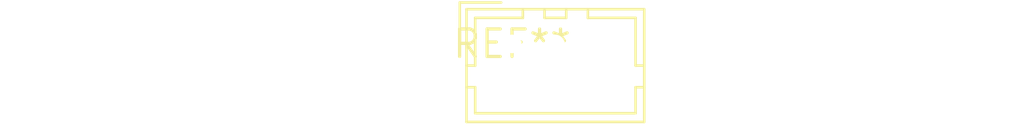
<source format=kicad_pcb>
(kicad_pcb (version 20240108) (generator pcbnew)
  (layers (0 "F.Cu" signal) (31 "B.Cu" signal) (34 "B.Paste" user) (35 "F.Paste" user) (36 "B.SilkS" user "B.Silkscreen") (37 "F.SilkS" user "F.Silkscreen") (38 "B.Mask" user) (39 "F.Mask" user) (44 "Edge.Cuts" user))
  (net 0 "")
  (footprint "Hirose_DF11-6DP-2DSA_2x03_P2.00mm_Vertical" (layer "F.Cu") (at 0 0)
    (property "Reference" "REF**")
    (property "Value" "Hirose_DF11-6DP-2DSA_2x03_P2.00mm_Vertical")
    (fp_line (start -2.41 -1.91) (end -0.5 -1.91) (layer "F.SilkS") (stroke (width 0.12)))
    (fp_line (start -2.41 0) (end -2.41 -1.91) (layer "F.SilkS") (stroke (width 0.12)))
    (fp_line (start -2.1 -1.6) (end -2.1 3.6) (layer "F.SilkS") (stroke (width 0.12)))
    (fp_line (start -2.1 1) (end -1.7 1) (layer "F.SilkS") (stroke (width 0.12)))
    (fp_line (start -2.1 2) (end -1.7 2) (layer "F.SilkS") (stroke (width 0.12)))
    (fp_line (start -2.1 3.6) (end 6.1 3.6) (layer "F.SilkS") (stroke (width 0.12)))
    (fp_line (start -1.7 -1.2) (end 0.5 -1.2) (layer "F.SilkS") (stroke (width 0.12)))
    (fp_line (start -1.7 1) (end -1.7 -1.2) (layer "F.SilkS") (stroke (width 0.12)))
    (fp_line (start -1.7 2) (end -1.7 3.2) (layer "F.SilkS") (stroke (width 0.12)))
    (fp_line (start -1.7 3.2) (end 5.7 3.2) (layer "F.SilkS") (stroke (width 0.12)))
    (fp_line (start 0.5 -1.2) (end 0.5 -1.6) (layer "F.SilkS") (stroke (width 0.12)))
    (fp_line (start 1.5 -1.6) (end 1.5 -1.2) (layer "F.SilkS") (stroke (width 0.12)))
    (fp_line (start 1.5 -1.2) (end 2.5 -1.2) (layer "F.SilkS") (stroke (width 0.12)))
    (fp_line (start 2.5 -1.2) (end 2.5 -1.6) (layer "F.SilkS") (stroke (width 0.12)))
    (fp_line (start 3.5 -1.2) (end 3.5 -1.6) (layer "F.SilkS") (stroke (width 0.12)))
    (fp_line (start 5.7 -1.2) (end 3.5 -1.2) (layer "F.SilkS") (stroke (width 0.12)))
    (fp_line (start 5.7 1) (end 5.7 -1.2) (layer "F.SilkS") (stroke (width 0.12)))
    (fp_line (start 5.7 2) (end 6.1 2) (layer "F.SilkS") (stroke (width 0.12)))
    (fp_line (start 5.7 3.2) (end 5.7 2) (layer "F.SilkS") (stroke (width 0.12)))
    (fp_line (start 6.1 -1.6) (end -2.1 -1.6) (layer "F.SilkS") (stroke (width 0.12)))
    (fp_line (start 6.1 1) (end 5.7 1) (layer "F.SilkS") (stroke (width 0.12)))
    (fp_line (start 6.1 3.6) (end 6.1 -1.6) (layer "F.SilkS") (stroke (width 0.12)))
    (pad "1" thru_hole roundrect (at 0 0) (size 1.2 1.65) (drill 0.85) (layers *.Cu *.Mask) (remove_unused_layers) (roundrect_rratio 0.208333))
    (pad "2" thru_hole oval (at 0 2) (size 1.2 1.65) (drill 0.85) (layers *.Cu *.Mask) (remove_unused_layers))
    (pad "3" thru_hole oval (at 2 0) (size 1.2 1.65) (drill 0.85) (layers *.Cu *.Mask) (remove_unused_layers))
    (pad "4" thru_hole oval (at 2 2) (size 1.2 1.65) (drill 0.85) (layers *.Cu *.Mask) (remove_unused_layers))
    (pad "5" thru_hole oval (at 4 0) (size 1.2 1.65) (drill 0.85) (layers *.Cu *.Mask) (remove_unused_layers))
    (pad "6" thru_hole oval (at 4 2) (size 1.2 1.65) (drill 0.85) (layers *.Cu *.Mask) (remove_unused_layers))
  )
)
</source>
